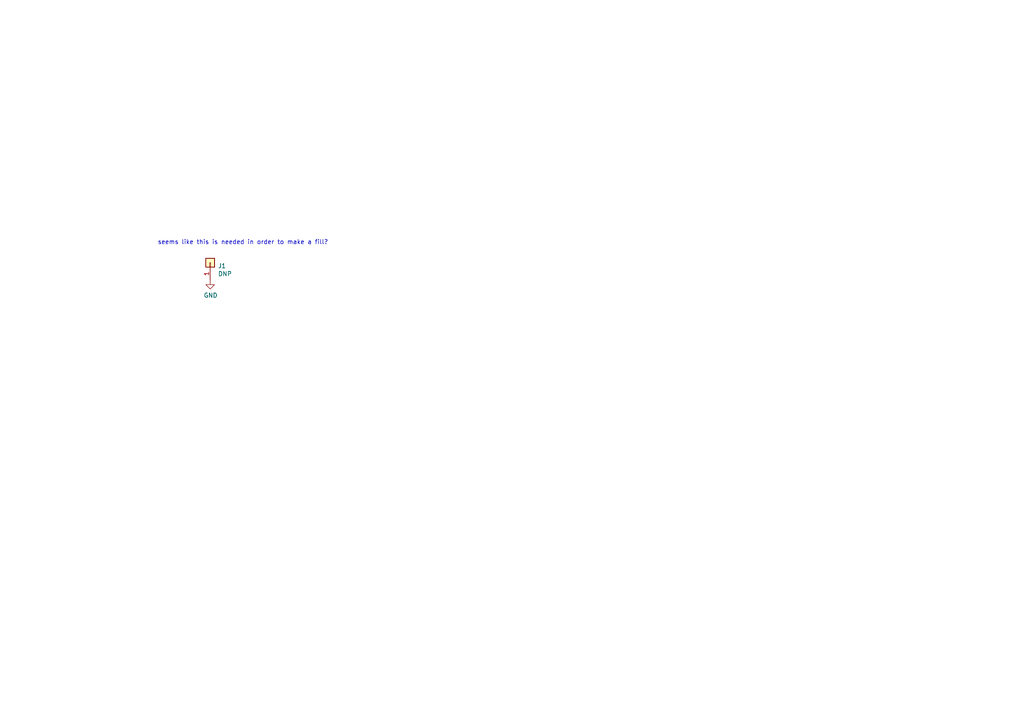
<source format=kicad_sch>
(kicad_sch (version 20230121) (generator eeschema)
  (paper "A4")
  (title_block (comment 1 "Just so there's something, I guess?"))
  (lib_symbols
    (symbol "Connector_Generic:Conn_01x01" (pin_names (offset 1.016) hide)
      (property "Reference" "J" (at 0 2.54 0))
      (property "Value" "Conn_01x01" (at 0 -2.54 0))
      (symbol "Conn_01x01_1_1"
        (rectangle (start -1.27 0.127) (end 0 -0.127) (stroke (width 0.1524)))
        (rectangle (start -1.27 1.27) (end 1.27 -1.27) (stroke (width 0.254)) (fill (type background)))
        (pin passive line (at -5.08 0 0) (length 3.81) (name "Pin_1") (number "1"))
      )
    )
    (symbol "power:GND" (power) (pin_names (offset 0))
      (property "Value" "GND" (at 0 -3.81 0))
      (symbol "GND_0_1"
        (polyline (pts (xy 0 0) (xy 0 -1.27) (xy 1.27 -1.27) (xy 0 -2.54) (xy -1.27 -1.27) (xy 0 -1.27)))
      )
      (symbol "GND_1_1"
        (pin power_in line (at 0 0 270) (length 0) hide (name "GND") (number "1"))
      )
    )
  )
  (text "seems like this is needed in order to make a fill?" (at 45.72 71.12 0) (effects (font (size 1.27 1.27)) (justify left bottom)))
  (symbol (lib_id "Connector_Generic:Conn_01x01") (at 60.96 76.2 90) (unit 1)
    (property "Reference" "J1" (at 63.1952 77.1144 90) (effects (justify right)))
    (property "Value" "DNP" (at 63.1952 79.4258 90) (effects (justify right)))
    (property "Footprint" "TestPoint:TestPoint_Pad_D1.0mm" (effects hide))
  )
  (symbol (lib_id "power:GND") (at 60.96 81.28 0) (unit 1)
    (property "Reference" "#PWR01" (effects hide))
    (property "Value" "GND" (at 61.087 85.6742 0))
  )
)
</source>
